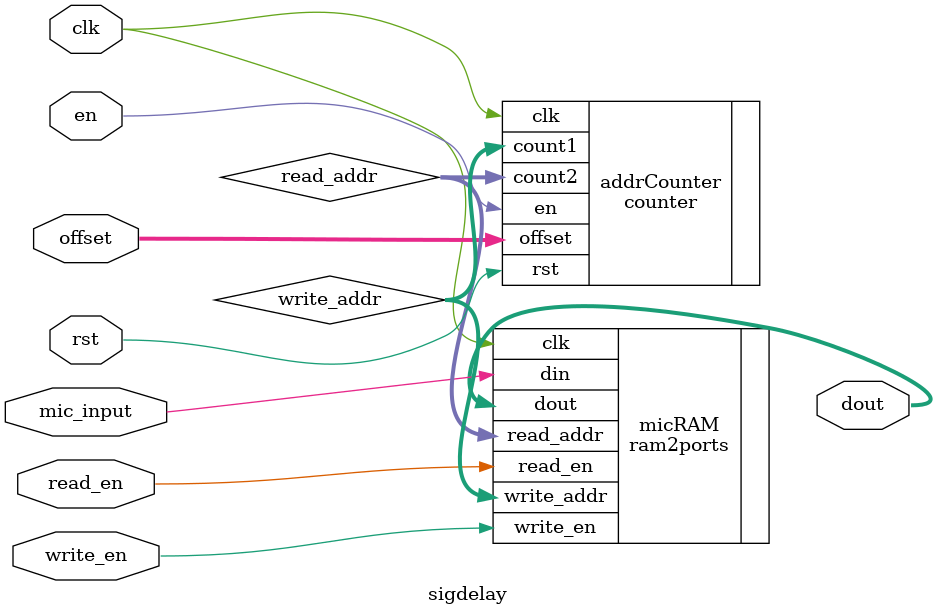
<source format=sv>
module sigdelay #(
    parameter A_WIDTH = 9, // max address width is 9
              D_WIDTH = 8  // max data width is still 8 cuz Vbuddy is only 8 bits max
)(
    // interface signals
    input logic clk,
    input logic rst,
    input logic en,
    input logic [D_WIDTH-1:0] offset,
    input logic write_en,
    input logic read_en,
    input logic mic_input, // need to feed the mic data into the component
    output logic [D_WIDTH-1:0] dout
);

    logic   [A_WIDTH-1:0] write_addr;
    logic   [A_WIDTH-1:0] read_addr;

counter addrCounter (
    .clk (clk),
    .rst (rst), 
    .en (en),
    .offset (offset),
    .count1 (write_addr), 
    .count2 (read_addr)
);

ram2ports micRAM (
    .clk (clk),
    .read_en (read_en),
    .write_en (write_en),
    .write_addr (write_addr), // sending address1 signal to input addr1 of rom2ports
    .read_addr (read_addr), // sending address2 signal to input addr2 of rom2ports
    .din (mic_input),
    .dout (dout)
);

endmodule

</source>
